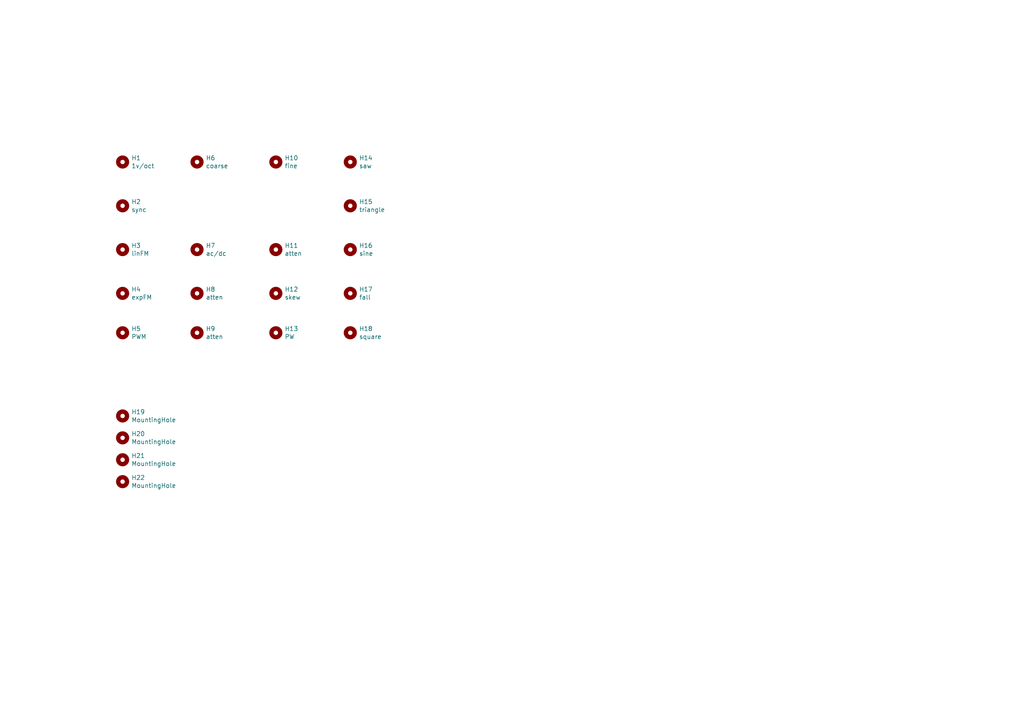
<source format=kicad_sch>
(kicad_sch (version 20230121) (generator eeschema)
  (paper "A4")
  (lib_symbols
    (symbol "Mechanical:MountingHole" (pin_names (offset 1.016))
      (property "Reference" "H" (at 0 5.08 0))
      (property "Value" "MountingHole" (at 0 3.175 0))
      (symbol "MountingHole_0_1"
        (circle (center 0 0) (radius 1.27) (stroke (width 1.27)))
      )
    )
  )
  (symbol (lib_id "Mechanical:MountingHole") (at 35.56 46.99 0) (unit 1)
    (property "Reference" "H1" (at 38.1 45.8216 0) (effects (justify left)))
    (property "Value" "1v/oct" (at 38.1 48.133 0) (effects (justify left)))
    (property "Footprint" "elektrophon:panel_jack" (effects hide))
  )
  (symbol (lib_id "Mechanical:MountingHole") (at 57.15 46.99 0) (unit 1)
    (property "Reference" "H6" (at 59.69 45.8216 0) (effects (justify left)))
    (property "Value" "coarse" (at 59.69 48.133 0) (effects (justify left)))
    (property "Footprint" "elektrophon:panel_potentiometer" (effects hide))
  )
  (symbol (lib_id "Mechanical:MountingHole") (at 80.01 46.99 0) (unit 1)
    (property "Reference" "H10" (at 82.55 45.8216 0) (effects (justify left)))
    (property "Value" "fine" (at 82.55 48.133 0) (effects (justify left)))
    (property "Footprint" "elektrophon:panel_potentiometer" (effects hide))
  )
  (symbol (lib_id "Mechanical:MountingHole") (at 101.6 46.99 0) (unit 1)
    (property "Reference" "H14" (at 104.14 45.8216 0) (effects (justify left)))
    (property "Value" "saw" (at 104.14 48.133 0) (effects (justify left)))
    (property "Footprint" "elektrophon:panel_jack" (effects hide))
  )
  (symbol (lib_id "Mechanical:MountingHole") (at 35.56 59.69 0) (unit 1)
    (property "Reference" "H2" (at 38.1 58.5216 0) (effects (justify left)))
    (property "Value" "sync" (at 38.1 60.833 0) (effects (justify left)))
    (property "Footprint" "elektrophon:panel_jack" (effects hide))
  )
  (symbol (lib_id "Mechanical:MountingHole") (at 101.6 59.69 0) (unit 1)
    (property "Reference" "H15" (at 104.14 58.5216 0) (effects (justify left)))
    (property "Value" "triangle" (at 104.14 60.833 0) (effects (justify left)))
    (property "Footprint" "elektrophon:panel_jack" (effects hide))
  )
  (symbol (lib_id "Mechanical:MountingHole") (at 35.56 72.39 0) (unit 1)
    (property "Reference" "H3" (at 38.1 71.2216 0) (effects (justify left)))
    (property "Value" "linFM" (at 38.1 73.533 0) (effects (justify left)))
    (property "Footprint" "elektrophon:panel_jack" (effects hide))
  )
  (symbol (lib_id "Mechanical:MountingHole") (at 57.15 72.39 0) (unit 1)
    (property "Reference" "H7" (at 59.69 71.2216 0) (effects (justify left)))
    (property "Value" "ac/dc" (at 59.69 73.533 0) (effects (justify left)))
    (property "Footprint" "elektrophon:panel_switch" (effects hide))
  )
  (symbol (lib_id "Mechanical:MountingHole") (at 80.01 72.39 0) (unit 1)
    (property "Reference" "H11" (at 82.55 71.2216 0) (effects (justify left)))
    (property "Value" "atten" (at 82.55 73.533 0) (effects (justify left)))
    (property "Footprint" "elektrophon:panel_potentiometer" (effects hide))
  )
  (symbol (lib_id "Mechanical:MountingHole") (at 101.6 72.39 0) (unit 1)
    (property "Reference" "H16" (at 104.14 71.2216 0) (effects (justify left)))
    (property "Value" "sine" (at 104.14 73.533 0) (effects (justify left)))
    (property "Footprint" "elektrophon:panel_jack" (effects hide))
  )
  (symbol (lib_id "Mechanical:MountingHole") (at 35.56 85.09 0) (unit 1)
    (property "Reference" "H4" (at 38.1 83.9216 0) (effects (justify left)))
    (property "Value" "expFM" (at 38.1 86.233 0) (effects (justify left)))
    (property "Footprint" "elektrophon:panel_jack" (effects hide))
  )
  (symbol (lib_id "Mechanical:MountingHole") (at 57.15 85.09 0) (unit 1)
    (property "Reference" "H8" (at 59.69 83.9216 0) (effects (justify left)))
    (property "Value" "atten" (at 59.69 86.233 0) (effects (justify left)))
    (property "Footprint" "elektrophon:panel_potentiometer" (effects hide))
  )
  (symbol (lib_id "Mechanical:MountingHole") (at 80.01 85.09 0) (unit 1)
    (property "Reference" "H12" (at 82.55 83.9216 0) (effects (justify left)))
    (property "Value" "skew" (at 82.55 86.233 0) (effects (justify left)))
    (property "Footprint" "elektrophon:panel_potentiometer" (effects hide))
  )
  (symbol (lib_id "Mechanical:MountingHole") (at 101.6 85.09 0) (unit 1)
    (property "Reference" "H17" (at 104.14 83.9216 0) (effects (justify left)))
    (property "Value" "fall" (at 104.14 86.233 0) (effects (justify left)))
    (property "Footprint" "elektrophon:panel_jack" (effects hide))
  )
  (symbol (lib_id "Mechanical:MountingHole") (at 35.56 96.52 0) (unit 1)
    (property "Reference" "H5" (at 38.1 95.3516 0) (effects (justify left)))
    (property "Value" "PWM" (at 38.1 97.663 0) (effects (justify left)))
    (property "Footprint" "elektrophon:panel_jack" (effects hide))
  )
  (symbol (lib_id "Mechanical:MountingHole") (at 57.15 96.52 0) (unit 1)
    (property "Reference" "H9" (at 59.69 95.3516 0) (effects (justify left)))
    (property "Value" "atten" (at 59.69 97.663 0) (effects (justify left)))
    (property "Footprint" "elektrophon:panel_potentiometer" (effects hide))
  )
  (symbol (lib_id "Mechanical:MountingHole") (at 80.01 96.52 0) (unit 1)
    (property "Reference" "H13" (at 82.55 95.3516 0) (effects (justify left)))
    (property "Value" "PW" (at 82.55 97.663 0) (effects (justify left)))
    (property "Footprint" "elektrophon:panel_potentiometer" (effects hide))
  )
  (symbol (lib_id "Mechanical:MountingHole") (at 101.6 96.52 0) (unit 1)
    (property "Reference" "H18" (at 104.14 95.3516 0) (effects (justify left)))
    (property "Value" "square" (at 104.14 97.663 0) (effects (justify left)))
    (property "Footprint" "elektrophon:panel_jack" (effects hide))
  )
  (symbol (lib_id "Mechanical:MountingHole") (at 35.56 120.65 0) (unit 1)
    (property "Reference" "H19" (at 38.1 119.4816 0) (effects (justify left)))
    (property "Value" "MountingHole" (at 38.1 121.793 0) (effects (justify left)))
    (property "Footprint" "MountingHole:MountingHole_3.2mm_M3" (effects hide))
  )
  (symbol (lib_id "Mechanical:MountingHole") (at 35.56 127 0) (unit 1)
    (property "Reference" "H20" (at 38.1 125.8316 0) (effects (justify left)))
    (property "Value" "MountingHole" (at 38.1 128.143 0) (effects (justify left)))
    (property "Footprint" "MountingHole:MountingHole_3.2mm_M3" (effects hide))
  )
  (symbol (lib_id "Mechanical:MountingHole") (at 35.56 133.35 0) (unit 1)
    (property "Reference" "H21" (at 38.1 132.1816 0) (effects (justify left)))
    (property "Value" "MountingHole" (at 38.1 134.493 0) (effects (justify left)))
    (property "Footprint" "MountingHole:MountingHole_3.2mm_M3" (effects hide))
  )
  (symbol (lib_id "Mechanical:MountingHole") (at 35.56 139.7 0) (unit 1)
    (property "Reference" "H22" (at 38.1 138.5316 0) (effects (justify left)))
    (property "Value" "MountingHole" (at 38.1 140.843 0) (effects (justify left)))
    (property "Footprint" "MountingHole:MountingHole_3.2mm_M3" (effects hide))
  )
)
</source>
